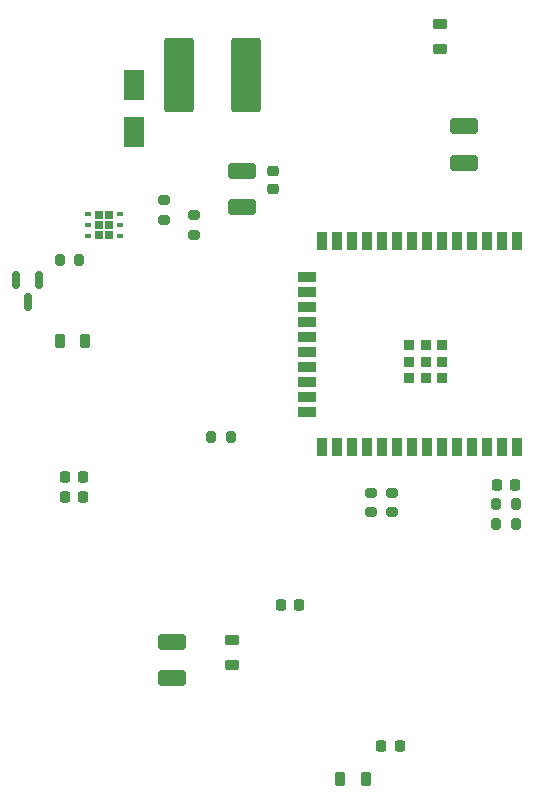
<source format=gbr>
%TF.GenerationSoftware,KiCad,Pcbnew,6.0.2+dfsg-1*%
%TF.CreationDate,2023-01-14T15:25:46+01:00*%
%TF.ProjectId,OpenDTU,4f70656e-4454-4552-9e6b-696361645f70,rev?*%
%TF.SameCoordinates,Original*%
%TF.FileFunction,Paste,Bot*%
%TF.FilePolarity,Positive*%
%FSLAX46Y46*%
G04 Gerber Fmt 4.6, Leading zero omitted, Abs format (unit mm)*
G04 Created by KiCad (PCBNEW 6.0.2+dfsg-1) date 2023-01-14 15:25:46*
%MOMM*%
%LPD*%
G01*
G04 APERTURE LIST*
G04 Aperture macros list*
%AMRoundRect*
0 Rectangle with rounded corners*
0 $1 Rounding radius*
0 $2 $3 $4 $5 $6 $7 $8 $9 X,Y pos of 4 corners*
0 Add a 4 corners polygon primitive as box body*
4,1,4,$2,$3,$4,$5,$6,$7,$8,$9,$2,$3,0*
0 Add four circle primitives for the rounded corners*
1,1,$1+$1,$2,$3*
1,1,$1+$1,$4,$5*
1,1,$1+$1,$6,$7*
1,1,$1+$1,$8,$9*
0 Add four rect primitives between the rounded corners*
20,1,$1+$1,$2,$3,$4,$5,0*
20,1,$1+$1,$4,$5,$6,$7,0*
20,1,$1+$1,$6,$7,$8,$9,0*
20,1,$1+$1,$8,$9,$2,$3,0*%
G04 Aperture macros list end*
%ADD10RoundRect,0.225000X0.225000X0.250000X-0.225000X0.250000X-0.225000X-0.250000X0.225000X-0.250000X0*%
%ADD11RoundRect,0.200000X-0.200000X-0.275000X0.200000X-0.275000X0.200000X0.275000X-0.200000X0.275000X0*%
%ADD12RoundRect,0.200000X-0.275000X0.200000X-0.275000X-0.200000X0.275000X-0.200000X0.275000X0.200000X0*%
%ADD13RoundRect,0.225000X-0.250000X0.225000X-0.250000X-0.225000X0.250000X-0.225000X0.250000X0.225000X0*%
%ADD14RoundRect,0.250000X-0.925000X0.412500X-0.925000X-0.412500X0.925000X-0.412500X0.925000X0.412500X0*%
%ADD15RoundRect,0.225000X-0.225000X-0.250000X0.225000X-0.250000X0.225000X0.250000X-0.225000X0.250000X0*%
%ADD16RoundRect,0.218750X0.218750X0.381250X-0.218750X0.381250X-0.218750X-0.381250X0.218750X-0.381250X0*%
%ADD17RoundRect,0.218750X-0.218750X-0.381250X0.218750X-0.381250X0.218750X0.381250X-0.218750X0.381250X0*%
%ADD18R,0.660000X0.730000*%
%ADD19R,0.630000X0.450000*%
%ADD20R,1.800000X2.500000*%
%ADD21R,0.900000X1.500000*%
%ADD22R,1.500000X0.900000*%
%ADD23R,0.900000X0.900000*%
%ADD24RoundRect,0.200000X0.200000X0.275000X-0.200000X0.275000X-0.200000X-0.275000X0.200000X-0.275000X0*%
%ADD25RoundRect,0.218750X0.381250X-0.218750X0.381250X0.218750X-0.381250X0.218750X-0.381250X-0.218750X0*%
%ADD26RoundRect,0.150000X-0.150000X0.587500X-0.150000X-0.587500X0.150000X-0.587500X0.150000X0.587500X0*%
%ADD27RoundRect,0.250000X1.000000X2.900000X-1.000000X2.900000X-1.000000X-2.900000X1.000000X-2.900000X0*%
%ADD28RoundRect,0.200000X0.275000X-0.200000X0.275000X0.200000X-0.275000X0.200000X-0.275000X-0.200000X0*%
G04 APERTURE END LIST*
D10*
%TO.C,C10*%
X70625000Y-72136000D03*
X69075000Y-72136000D03*
%TD*%
D11*
%TO.C,R3*%
X81471000Y-68707000D03*
X83121000Y-68707000D03*
%TD*%
D12*
%TO.C,R4*%
X94996000Y-73470000D03*
X94996000Y-75120000D03*
%TD*%
D13*
%TO.C,C6*%
X86687500Y-46215000D03*
X86687500Y-47765000D03*
%TD*%
D14*
%TO.C,C2*%
X78105000Y-86092500D03*
X78105000Y-89167500D03*
%TD*%
%TO.C,C9*%
X102870000Y-42418000D03*
X102870000Y-45493000D03*
%TD*%
D15*
%TO.C,C3*%
X69075000Y-73787000D03*
X70625000Y-73787000D03*
%TD*%
%TO.C,C7*%
X95872000Y-94869000D03*
X97422000Y-94869000D03*
%TD*%
D16*
%TO.C,L4*%
X70785500Y-60579000D03*
X68660500Y-60579000D03*
%TD*%
D12*
%TO.C,R1*%
X77470000Y-48705000D03*
X77470000Y-50355000D03*
%TD*%
D17*
%TO.C,L2*%
X92409500Y-97663000D03*
X94534500Y-97663000D03*
%TD*%
D18*
%TO.C,U1*%
X72815000Y-49934000D03*
X71965000Y-50800000D03*
X71965000Y-51666000D03*
X71965000Y-49934000D03*
X72815000Y-50800000D03*
X72815000Y-51666000D03*
D19*
X71050000Y-51750000D03*
X71050000Y-50800000D03*
X71050000Y-49850000D03*
X73730000Y-49850000D03*
X73730000Y-50800000D03*
X73730000Y-51750000D03*
%TD*%
D20*
%TO.C,D3*%
X74930000Y-38894000D03*
X74930000Y-42894000D03*
%TD*%
D21*
%TO.C,U2*%
X107340000Y-69610000D03*
X106070000Y-69610000D03*
X104800000Y-69610000D03*
X103530000Y-69610000D03*
X102260000Y-69610000D03*
X100990000Y-69610000D03*
X99720000Y-69610000D03*
X98450000Y-69610000D03*
X97180000Y-69610000D03*
X95910000Y-69610000D03*
X94640000Y-69610000D03*
X93370000Y-69610000D03*
X92100000Y-69610000D03*
X90830000Y-69610000D03*
D22*
X89580000Y-66580000D03*
X89580000Y-65310000D03*
X89580000Y-64040000D03*
X89580000Y-62770000D03*
X89580000Y-61500000D03*
X89580000Y-60230000D03*
X89580000Y-58960000D03*
X89580000Y-57690000D03*
X89580000Y-56420000D03*
X89580000Y-55150000D03*
D21*
X90830000Y-52110000D03*
X92100000Y-52110000D03*
X93370000Y-52110000D03*
X94640000Y-52110000D03*
X95910000Y-52110000D03*
X97180000Y-52110000D03*
X98450000Y-52110000D03*
X99720000Y-52110000D03*
X100990000Y-52110000D03*
X102260000Y-52110000D03*
X103530000Y-52110000D03*
X104800000Y-52110000D03*
X106070000Y-52110000D03*
X107340000Y-52110000D03*
D23*
X98220000Y-63760000D03*
X101020000Y-60960000D03*
X98220000Y-60960000D03*
X101020000Y-62360000D03*
X99620000Y-60960000D03*
X98220000Y-62360000D03*
X101020000Y-63760000D03*
X99620000Y-63760000D03*
X99620000Y-62360000D03*
%TD*%
D24*
%TO.C,R5*%
X107251000Y-76073000D03*
X105601000Y-76073000D03*
%TD*%
D12*
%TO.C,R2*%
X80010000Y-49975000D03*
X80010000Y-51625000D03*
%TD*%
D25*
%TO.C,L3*%
X100838000Y-35907000D03*
X100838000Y-33782000D03*
%TD*%
D24*
%TO.C,R8*%
X70294000Y-53721000D03*
X68644000Y-53721000D03*
%TD*%
D26*
%TO.C,Q1*%
X64963000Y-55450500D03*
X66863000Y-55450500D03*
X65913000Y-57325500D03*
%TD*%
D10*
%TO.C,C4*%
X88913000Y-82931000D03*
X87363000Y-82931000D03*
%TD*%
D25*
%TO.C,L1*%
X83185000Y-88057500D03*
X83185000Y-85932500D03*
%TD*%
D27*
%TO.C,C8*%
X84440000Y-38100000D03*
X78740000Y-38100000D03*
%TD*%
D24*
%TO.C,R6*%
X107251000Y-74422000D03*
X105601000Y-74422000D03*
%TD*%
D28*
%TO.C,R7*%
X96774000Y-75120000D03*
X96774000Y-73470000D03*
%TD*%
D15*
%TO.C,C1*%
X105651000Y-72798000D03*
X107201000Y-72798000D03*
%TD*%
D14*
%TO.C,C5*%
X84074000Y-46214500D03*
X84074000Y-49289500D03*
%TD*%
M02*

</source>
